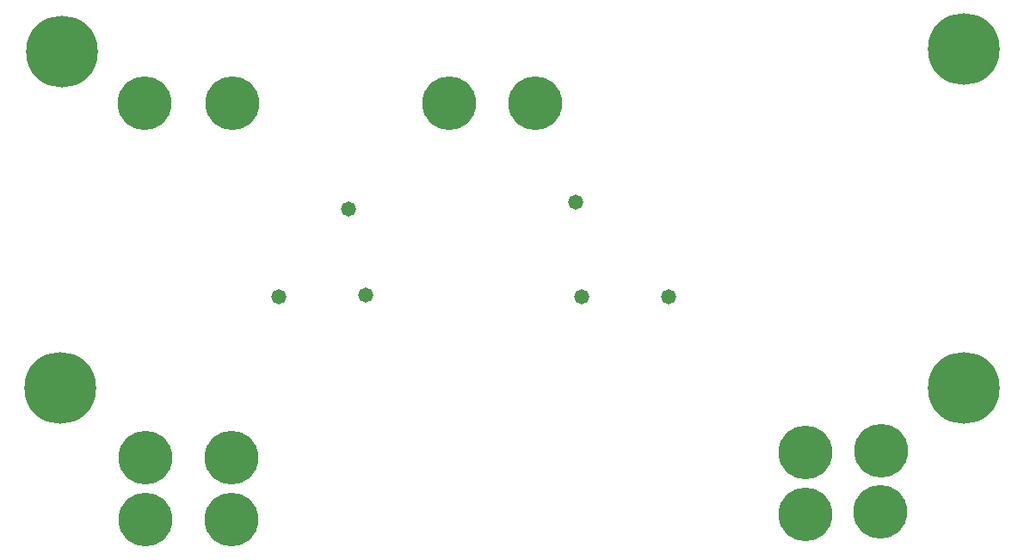
<source format=gbs>
G04*
G04 #@! TF.GenerationSoftware,Altium Limited,Altium Designer,21.6.4 (81)*
G04*
G04 Layer_Color=16711935*
%FSLAX25Y25*%
%MOIN*%
G70*
G04*
G04 #@! TF.SameCoordinates,725644BE-5CAA-454B-8F19-4296BE5BC7E9*
G04*
G04*
G04 #@! TF.FilePolarity,Negative*
G04*
G01*
G75*
%ADD38C,0.20800*%
%ADD39C,0.05800*%
%ADD40C,0.27800*%
D38*
X170000Y-52000D02*
D03*
X203483D02*
D03*
X337500Y-186750D02*
D03*
X337200Y-210500D02*
D03*
X308000Y-211500D02*
D03*
Y-187500D02*
D03*
X85909Y-189500D02*
D03*
X86000Y-52000D02*
D03*
X52500Y-213500D02*
D03*
Y-189500D02*
D03*
X52000Y-52000D02*
D03*
X85909Y-213500D02*
D03*
D39*
X131000Y-93000D02*
D03*
X221500Y-127000D02*
D03*
X219000Y-90500D02*
D03*
X255030Y-127000D02*
D03*
X104200D02*
D03*
X137716Y-126400D02*
D03*
D40*
X19508Y-162500D02*
D03*
X369500Y-31000D02*
D03*
X20000Y-32000D02*
D03*
X369500Y-162500D02*
D03*
M02*

</source>
